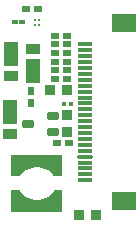
<source format=gbr>
%FSTAX24Y24*%
%MOIN*%
%SFA1B1*%

%IPPOS*%
%AMD45*
4,1,8,-0.018900,0.008100,-0.018900,-0.008100,-0.015000,-0.012000,0.015000,-0.012000,0.018900,-0.008100,0.018900,0.008100,0.015000,0.012000,-0.015000,0.012000,-0.018900,0.008100,0.0*
1,1,0.007800,-0.015000,0.008100*
1,1,0.007800,-0.015000,-0.008100*
1,1,0.007800,0.015000,-0.008100*
1,1,0.007800,0.015000,0.008100*
%
%AMD52*
4,1,8,-0.023800,0.003000,-0.023800,-0.003000,-0.019700,-0.007100,0.019700,-0.007100,0.023800,-0.003000,0.023800,0.003000,0.019700,0.007100,-0.019700,0.007100,-0.023800,0.003000,0.0*
1,1,0.008200,-0.019700,0.003000*
1,1,0.008200,-0.019700,-0.003000*
1,1,0.008200,0.019700,-0.003000*
1,1,0.008200,0.019700,0.003000*
%
%AMD53*
4,1,8,-0.025800,0.003000,-0.025800,-0.003000,-0.021700,-0.007100,0.021700,-0.007100,0.025800,-0.003000,0.025800,0.003000,0.021700,0.007100,-0.021700,0.007100,-0.025800,0.003000,0.0*
1,1,0.008200,-0.021700,0.003000*
1,1,0.008200,-0.021700,-0.003000*
1,1,0.008200,0.021700,-0.003000*
1,1,0.008200,0.021700,0.003000*
%
%ADD41R,0.032400X0.032400*%
%ADD42R,0.027400X0.022400*%
%ADD43R,0.045700X0.033900*%
%ADD44R,0.045700X0.081100*%
G04~CAMADD=45~8~0.0~0.0~240.0~378.0~39.0~0.0~15~0.0~0.0~0.0~0.0~0~0.0~0.0~0.0~0.0~0~0.0~0.0~0.0~90.0~378.0~240.0*
%ADD45D45*%
%ADD46R,0.033200X0.033200*%
%ADD47R,0.018100X0.016100*%
%ADD48R,0.022400X0.027400*%
%ADD49C,0.011400*%
%ADD50R,0.028200X0.023100*%
%ADD51R,0.018900X0.016900*%
G04~CAMADD=52~8~0.0~0.0~142.0~476.0~41.0~0.0~15~0.0~0.0~0.0~0.0~0~0.0~0.0~0.0~0.0~0~0.0~0.0~0.0~90.0~476.0~142.0*
%ADD52D52*%
G04~CAMADD=53~8~0.0~0.0~142.0~516.0~41.0~0.0~15~0.0~0.0~0.0~0.0~0~0.0~0.0~0.0~0.0~0~0.0~0.0~0.0~90.0~516.0~142.0*
%ADD53D53*%
%ADD54R,0.081100X0.061400*%
%ADD55R,0.022000X0.022000*%
%LNsmb-1*%
%LPD*%
%SRX1Y1I0J0*%
G36*
X000845Y000773D02*
X000846D01*
X000847*
X000848*
X000849Y000772*
X00085*
X000851*
X000852Y000771*
X000853Y00077*
X000854*
Y000769*
X000855Y000768*
X000889Y000722*
X000967Y000639*
X001057Y00057*
X001157Y000516*
X001265Y00048*
X001377Y000461*
X001491*
X001603Y00048*
X001711Y000516*
X001811Y00057*
X001901Y000639*
X001979Y000722*
X002013Y000768*
X002014*
Y000769*
X002015Y00077*
X002016Y000771*
X002017*
Y000772*
X002018*
X002019*
X00202*
Y000773*
X002021*
X002022*
X002023*
X002274*
X002276*
X002278Y000772*
X00228Y000771*
X002282Y000769*
X002283Y000768*
X002285Y000766*
Y000763*
Y000761*
Y000073*
Y00007*
Y000068*
X002283Y000066*
X002282Y000064*
X00228Y000063*
X002278Y000062*
X002276Y000061*
X002274*
X000591*
X000588*
X000586Y000062*
X000584Y000063*
X000582Y000064*
X000581Y000066*
X00058Y000068*
X000579Y00007*
Y000073*
Y000761*
Y000763*
X00058Y000766*
X000581Y000768*
X000582Y000769*
X000584Y000771*
X000586Y000772*
X000588Y000773*
X000591*
X000845*
G37*
G36*
X002276Y001954D02*
X002278D01*
X00228Y001952*
X002282Y001951*
X002283Y001949*
X002285Y001947*
Y001945*
Y001943*
Y001257*
Y001254*
Y001252*
X002283Y00125*
X002282Y001248*
X00228Y001247*
X002278Y001246*
X002276Y001245*
X002274*
X002016*
X002015*
X002014*
X002013*
X002012Y001246*
X002011*
X00201Y001247*
X002009*
X002008Y001248*
X002007Y001249*
X002006Y00125*
X001973Y001296*
X001895Y001378*
X001805Y001447*
X001705Y0015*
X001597Y001536*
X001486Y001554*
X001372*
X00126Y001536*
X001153Y0015*
X001053Y001447*
X000963Y001378*
X000885Y001296*
X000851Y00125*
Y001249*
X00085Y001248*
X000849Y001247*
X000848*
X000847Y001246*
X000846*
X000845Y001245*
X000844*
X000843*
X000842*
X000581*
X000578*
X000576Y001246*
X000574Y001247*
X000572Y001248*
X000571Y00125*
X00057Y001252*
X000569Y001254*
Y001257*
Y001943*
Y001945*
X00057Y001947*
X000571Y001949*
X000572Y001951*
X000574Y001952*
X000576Y001954*
X000578*
X000581*
X002274*
X002276*
G37*
G54D41*
X003396Y-000039D03*
X002846D03*
X00187Y004134D03*
X00242D03*
G54D42*
X002504Y002364D03*
X002101D03*
X002451Y004488D03*
X002047D03*
X002451Y004776D03*
X002047D03*
X002451Y00535D03*
X002047D03*
X002451Y005925D03*
X002047D03*
G54D43*
X000541Y002638D03*
X000565Y004571D03*
X001298Y005493D03*
G54D44*
X000541Y003386D03*
X000565Y005319D03*
X001298Y004745D03*
G54D45*
X001132Y002982D03*
X001978Y002707D03*
Y003258D03*
G54D46*
X002421Y002736D03*
Y003286D03*
G54D47*
X002569Y003661D03*
X002323D03*
G54D48*
X00125Y004075D03*
Y003671D03*
G54D49*
X001357Y006457D03*
Y006299D03*
X001514Y006457D03*
Y006299D03*
G54D50*
X001081Y006821D03*
X001485D03*
X002047Y005063D03*
X002451D03*
X002047Y005638D03*
X002451D03*
G54D51*
X000699Y006378D03*
X000945D03*
G54D52*
X003031Y003868D03*
Y004262D03*
Y004065D03*
Y005443D03*
Y00564D03*
Y005049D03*
Y005246D03*
Y004852D03*
Y004656D03*
Y004459D03*
Y00249D03*
Y002687D03*
Y002884D03*
Y003278D03*
Y003081D03*
Y003671D03*
Y003474D03*
Y002096D03*
Y002293D03*
Y001703D03*
Y001506D03*
Y001309D03*
Y001112D03*
G54D53*
X003031Y0019D03*
G54D54*
X004321Y000413D03*
Y006339D03*
G54D55*
X001432Y001811D03*
Y000197D03*
M02*
</source>
